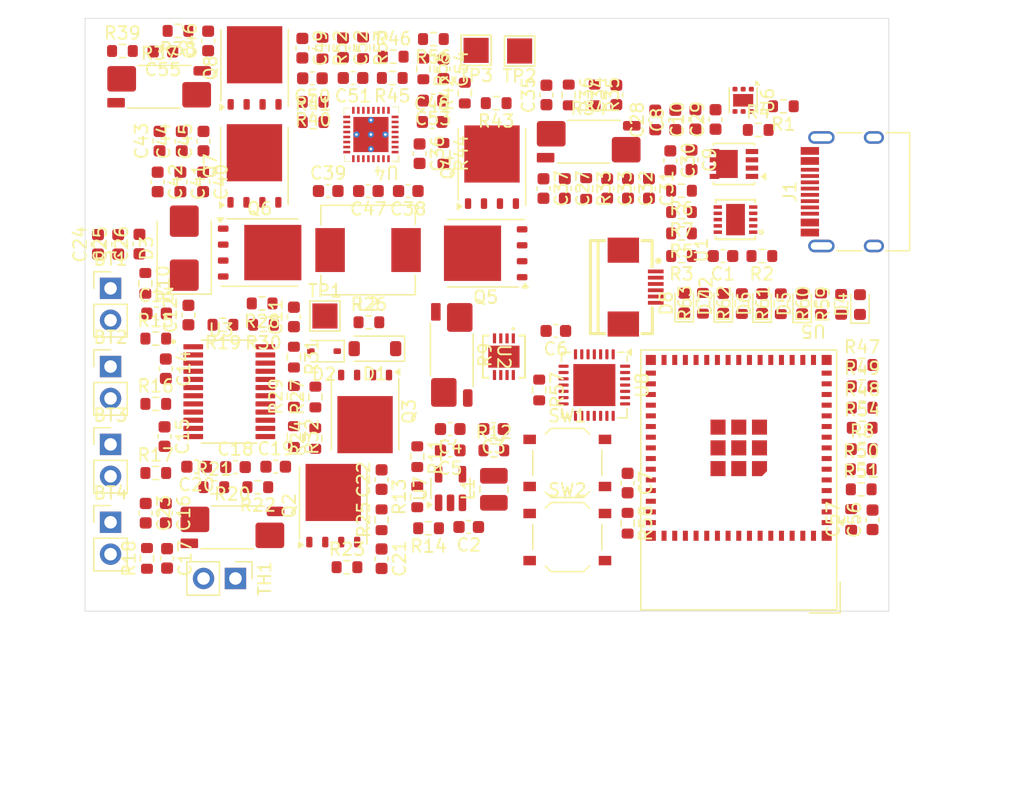
<source format=kicad_pcb>
(kicad_pcb (version 20240225) (generator "pcbnew") (generator_version "8.99")
  (layers (0 "F.Cu" signal) (31 "B.Cu" signal) (34 "B.Paste" user) (35 "F.Paste" user) (36 "B.SilkS" user "B.Silkscreen") (37 "F.SilkS" user "F.Silkscreen") (38 "B.Mask" user) (39 "F.Mask" user) (44 "Edge.Cuts" user))
  (net 0 "")
  (net 1 "Net-(BT1--)")
  (net 2 "/PACK+")
  (net 3 "Net-(BT2--)")
  (net 4 "Net-(BT3--)")
  (net 5 "GNDPWR")
  (net 6 "GND")
  (net 7 "Net-(U1-VIN)")
  (net 8 "+3.3V")
  (net 9 "VDD")
  (net 10 "/EN")
  (net 11 "/VBUS")
  (net 12 "Net-(U3-CCFG)")
  (net 13 "Net-(U3-AVDD)")
  (net 14 "/VC3")
  (net 15 "/VC4")
  (net 16 "/VC2")
  (net 17 "/VC1")
  (net 18 "/VC0")
  (net 19 "/SRN")
  (net 20 "/SRP")
  (net 21 "Net-(C21-Pad1)")
  (net 22 "Net-(C21-Pad2)")
  (net 23 "Net-(C27-Pad1)")
  (net 24 "Net-(C34-Pad1)")
  (net 25 "Net-(C35-Pad1)")
  (net 26 "Net-(Q4-D)")
  (net 27 "/SW1")
  (net 28 "/BTST1")
  (net 29 "/BTST2")
  (net 30 "/SW2")
  (net 31 "/VSYS")
  (net 32 "Net-(C46-Pad1)")
  (net 33 "/REGN")
  (net 34 "/VDDA")
  (net 35 "Net-(C49-Pad1)")
  (net 36 "/COMP2")
  (net 37 "/COMP1")
  (net 38 "Net-(C52-Pad1)")
  (net 39 "/IBAT")
  (net 40 "/IADPT")
  (net 41 "Net-(C55-Pad2)")
  (net 42 "/DSG")
  (net 43 "Net-(D2-A)")
  (net 44 "Net-(D4-A)")
  (net 45 "Net-(D5-A)")
  (net 46 "Net-(D6-A)")
  (net 47 "Net-(D7-A)")
  (net 48 "Net-(D8-A)")
  (net 49 "/D+")
  (net 50 "Net-(J1-SHIELD)")
  (net 51 "Net-(J1-VBUS-PadA4)")
  (net 54 "/D-")
  (net 55 "/CC2")
  (net 56 "/CC1")
  (net 57 "Net-(U7-PH)")
  (net 58 "Net-(Q1-G)")
  (net 59 "Net-(U1-GATE)")
  (net 60 "Net-(U1-ISET)")
  (net 61 "Net-(U1-VSET)")
  (net 62 "/~{ALCC}")
  (net 63 "Net-(U2-SENSE+)")
  (net 64 "/FB")
  (net 65 "Net-(U7-EN)")
  (net 66 "Net-(R20-Pad2)")
  (net 67 "Net-(R20-Pad3)")
  (net 68 "/CHG")
  (net 69 "Net-(U3-CHG)")
  (net 70 "Net-(U3-DSG)")
  (net 71 "/LD")
  (net 72 "Net-(U3-OCDP)")
  (net 73 "/PRES")
  (net 74 "Net-(U3-VTB)")
  (net 75 "Net-(U3-TS)")
  (net 76 "/CBI")
  (net 77 "Net-(U4-ACP)")
  (net 78 "Net-(U4-ACN)")
  (net 79 "/CELL_BATPRES")
  (net 80 "/ILIM_HIZ")
  (net 81 "Net-(U4-CMPIN)")
  (net 82 "/CMPOUT")
  (net 83 "/CHRG_OK")
  (net 84 "/EN_OTG")
  (net 85 "/SCL")
  (net 86 "/SDA")
  (net 87 "/PROCHOT_N")
  (net 88 "Net-(R55-Pad1)")
  (net 89 "Net-(U8-~{RST})")
  (net 90 "/LED1")
  (net 91 "/LED2")
  (net 92 "/LED3")
  (net 93 "/LED4")
  (net 94 "/LED5")
  (net 95 "/IO0")
  (net 96 "Net-(U2-SENSE-)")
  (net 99 "/HIDRV1")
  (net 100 "/LODRV2")
  (net 101 "/LODRV1")
  (net 102 "/BATDRV_N")
  (net 103 "/HIDRV2")
  (net 110 "/RXD0")
  (net 117 "/TXD0")
  (net 131 "/USB_D-")
  (net 140 "/USB_VBUS")
  (net 142 "/USB_D+")
  (net 148 "Net-(Q2-D)")
  (net 149 "Net-(Q8-D)")
  (footprint "Capacitor_SMD:C_0603_1608Metric" (layer "F.Cu") (at 140.53 114.775 90)
    (property "Reference" "C26")
    (property "Value" "100nF")
  )
  (footprint "Resistor_SMD:R_0603_1608Metric" (layer "F.Cu") (at 198.075 124.4)
    (property "Reference" "R47")
    (property "Value" "10k")
  )
  (footprint "Resistor_SMD:R_Shunt_Vishay_WSK2512_6332Metric_T1.19mm" (layer "F.Cu") (at 165.4 123.6 -90)
    (property "Reference" "R9")
    (property "Value" "50mΩ SHUNT LR122WF500MT4E")
  )
  (footprint "Resistor_SMD:R_0603_1608Metric" (layer "F.Cu") (at 163.55 137.4 180)
    (property "Reference" "R14")
    (property "Value" "10k")
  )
  (footprint "Capacitor_SMD:C_0603_1608Metric" (layer "F.Cu") (at 165.275 131.2 180)
    (property "Reference" "C5")
    (property "Value" "0.1uF")
  )
  (footprint "Capacitor_SMD:C_0603_1608Metric" (layer "F.Cu") (at 198.9 136.725 90)
    (property "Reference" "C56")
    (property "Value" "10uF")
  )
  (footprint "Capacitor_SMD:C_0603_1608Metric" (layer "F.Cu") (at 151.38 132.5)
    (property "Reference" "C19")
    (property "Value" "0.1uF")
  )
  (footprint "Resistor_SMD:R_0603_1608Metric" (layer "F.Cu") (at 196.4 119.575 90)
    (property "Reference" "R59")
    (property "Value" "10k")
  )
  (footprint "Capacitor_SMD:C_0603_1608Metric" (layer "F.Cu") (at 182.8 108.125 -90)
    (property "Reference" "C30")
    (property "Value" "10uF")
  )
  (footprint "Capacitor_SMD:C_0603_1608Metric" (layer "F.Cu") (at 165.275 129.5 180)
    (property "Reference" "C4")
    (property "Value" "10uF")
  )
  (footprint "Capacitor_SMD:C_0603_1608Metric" (layer "F.Cu") (at 172.935 102.9 90)
    (property "Reference" "C35")
    (property "Value" "33nF")
  )
  (footprint "Resistor_SMD:R_0603_1608Metric" (layer "F.Cu") (at 197.2 136.7 90)
    (property "Reference" "C57")
    (property "Value" "0.1uF")
  )
  (footprint "LED_SMD:LED_0603_1608Metric" (layer "F.Cu") (at 190.11 119.51 90)
    (property "Reference" "D6")
    (property "Value" "LED3")
  )
  (footprint "Resistor_SMD:R_0603_1608Metric" (layer "F.Cu") (at 158.335 99.15 -90)
    (property "Reference" "R53")
    (property "Value" "40.2k")
  )
  (footprint "Capacitor_SMD:C_0603_1608Metric" (layer "F.Cu") (at 162.835 107.575 -90)
    (property "Reference" "C36")
    (property "Value" "470nF")
  )
  (footprint "Resistor_SMD:R_0603_1608Metric" (layer "F.Cu") (at 162.65 134.9 90)
    (property "Reference" "R13")
    (property "Value" "56k")
  )
  (footprint "Connector_PinHeader_2.54mm:PinHeader_1x02_P2.54mm_Vertical" (layer "F.Cu") (at 138.23 118.3)
    (property "Reference" "BT1")
    (property "Value" "Cell 1")
  )
  (footprint "Resistor_SMD:R_0603_1608Metric" (layer "F.Cu") (at 183.69 112.225 180)
    (property "Reference" "R7")
    (property "Value" "0R")
  )
  (footprint "Inductor_SMD:L_Sunlord_MWSA0603S" (layer "F.Cu") (at 158.735 115.25 180)
    (property "Reference" "L2")
    (property "Value" "MWSA0603S-2R2MT")
  )
  (footprint "Capacitor_SMD:C_0603_1608Metric" (layer "F.Cu") (at 177.77 110.35 -90)
    (property "Reference" "C33")
    (property "Value" "10uF")
  )
  (footprint "Package_TO_SOT_SMD:TDSON-8-1" (layer "F.Cu") (at 168.6 108.65 90)
    (property "Reference" "Q4")
    (property "Value" "CSD18534Q5A")
  )
  (footprint "Resistor_SMD:R_0603_1608Metric" (layer "F.Cu") (at 154.36 103.45 180)
    (property "Reference" "R40")
    (property "Value" "130k")
  )
  (footprint "Package_TO_SOT_SMD:TDSON-8-1" (layer "F.Cu") (at 158.495 128.1 -90)
    (property "Reference" "Q3")
    (property "Value" "CSD18534Q5A")
  )
  (footprint "Resistor_SMD:R_0603_1608Metric" (layer "F.Cu") (at 149.955 134.13 180)
    (property "Reference" "R22")
    (property "Value" "100R")
  )
  (footprint "Resistor_SMD:R_0603_1608Metric" (layer "F.Cu") (at 152.83 126.9 90)
    (property "Reference" "R29")
    (property "Value" "100k")
  )
  (footprint "Button_Switch_SMD:SW_Push_1P1T_XKB_TS-1187A" (layer "F.Cu") (at 174.6 138.1)
    (property "Reference" "SW2")
    (property "Value" "BOOT")
  )
  (footprint "Resistor_SMD:R_0603_1608Metric" (layer "F.Cu") (at 183.69 110.525 180)
    (property "Reference" "R6")
    (property "Value" "DNP")
  )
  (footprint "Capacitor_SMD:C_0603_1608Metric" (layer "F.Cu") (at 142.53 130.1 -90)
    (property "Reference" "C15")
    (property "Value" "1uF")
  )
  (footprint "Diode_SMD:D_SMB" (layer "F.Cu") (at 144.1 115.1 90)
    (property "Reference" "D3")
    (property "Value" "SMBJ26A-13-F")
  )
  (footprint "Capacitor_SMD:C_0603_1608Metric" (layer "F.Cu") (at 144.43 120.425 90)
    (property "Reference" "C12")
    (property "Value" "1uF")
  )
  (footprint "Resistor_SMD:R_0603_1608Metric" (layer "F.Cu") (at 154.36 105.06)
    (property "Reference" "R41")
    (property "Value" "470k")
  )
  (footprint "Capacitor_SMD:C_0603_1608Metric" (layer "F.Cu") (at 164.735 100.825 -90)
    (property "Reference" "C54")
    (property "Value" "100pF")
  )
  (footprint "Capacitor_SMD:C_0603_1608Metric" (layer "F.Cu") (at 152.83 120.575 90)
    (property "Reference" "C11")
    (property "Value" "1uF")
  )
  (footprint "Capacitor_SMD:C_0603_1608Metric" (layer "F.Cu") (at 142.13 106.575 90)
    (property "Reference" "C43")
    (property "Value" "10uF")
  )
  (footprint "Resistor_SMD:R_0603_1608Metric" (layer "F.Cu") (at 176.775 102.9 -90)
    (property "Reference" "R35")
    (property "Value" "5.1R")
  )
  (footprint "Resistor_SMD:R_0603_1608Metric" (layer "F.Cu") (at 143.6 97.8 180)
    (property "Reference" "R38")
    (property "Value" "10R")
  )
  (footprint "Capacitor_SMD:C_0603_1608Metric" (layer "F.Cu") (at 184.49 108.065 -90)
    (property "Reference" "C9")
    (property "Value" "10uF")
  )
  (footprint "LED_SMD:LED_0603_1608Metric" (layer "F.Cu") (at 193.3 119.5375 90)
    (property "Reference" "D5")
    (property "Value" "LED2")
  )
  (footprint "Resistor_SMD:R_0603_1608Metric" (layer "F.Cu") (at 198.075 127.8)
    (property "Reference" "R48")
    (property "Value" "10k")
  )
  (footprint "Resistor_SMD:R_0603_1608Metric" (layer "F.Cu") (at 150.3 119.5 180)
    (property "Reference" "R28")
    (property "Value" "470k")
  )
  (footprint "Capacitor_SMD:C_0603_1608Metric" (layer "F.Cu") (at 166.75 137.3 180)
    (property "Reference" "C2")
    (property "Value" "10uF")
  )
  (footprint "BQ77915:SOP65P640X120-24N" (layer "F.Cu") (at 147.685 126.525)
    (property "Reference" "U3")
    (property "Value" "BQ7791501PWR")
  )
  (footprint "Resistor_SMD:R_0603_1608Metric" (layer "F.Cu") (at 183.69 113.925 180)
    (property "Reference" "R5")
    (property "Value" "DNP")
  )
  (footprint "Resistor_SMD:R_0603_1608Metric" (layer "F.Cu") (at 160.735 99.85)
    (property "Reference" "R46")
    (property "Value" "300k")
  )
  (footprint "Capacitor_SMD:C_0603_1608Metric" (layer "F.Cu") (at 179.43 110.35 -90)
    (property "Reference" "C32")
    (property "Value" "10uF")
  )
  (footprint "Resistor_SMD:R_0603_1608Metric" (layer "F.Cu") (at 155.102926 99.174395 -90)
    (property "Reference" "R52")
    (property "Value" "10k")
  )
  (footprint "Resistor_SMD:R_0603_1608Metric" (layer "F.Cu") (at 191.8 103.8 180)
    (property "Reference" "R1")
    (property "Value" "1M")
  )
  (footprint "Capacitor_SMD:C_0603_1608Metric" (layer "F.Cu") (at 181.1 110.35 -90)
    (property "Reference" "C31")
    (property "Value" "10uF")
  )
  (footprint "Capacitor_SMD:C_0603_1608Metric" (layer "F.Cu") (at 142.63 136.2 -90)
    (property "Reference" "C16")
    (property "Value" "1uF")
  )
  (footprint "Inductor_SMD:L_1008_2520Metric" (layer "F.Cu") (at 168.75 134.3 90)
    (property "Reference" "L1")
    (property "Value" "FTC252012S100MBCA")
  )
  (footprint "Resistor_SMD:R_Shunt_Vishay_WSK2512_6332Metric_T1.19mm" (layer "F.Cu") (at 176.3 106.625)
    (property "Reference" "R34")
    (property "Value" "10mΩ SHUNT FMF25FPJR010-LH")
  )
  (footprint "Resistor_SMD:R_0603_1608Metric" (layer "F.Cu") (at 166.435 102.75 90)
    (property "Reference" "R42")
    (property "Value" "390k")
  )
  (footprint "Resistor_SMD:R_0603_1608Metric" (layer "F.Cu") (at 162.65 131.7 -90)
    (property "Reference" "R11")
    (property "Value" "7.5k")
  )
  (footprint "Package_TO_SOT_SMD:TDSON-8-1" (layer "F.Cu") (at 168.1 115.505 180)
    (property "Reference" "Q5")
    (property "Value" "CSD18534Q5A")
  )
  (footprint "Capacitor_SMD:C_0603_1608Metric" (layer "F.Cu") (at 143.79 109.825 -90)
    (property "Reference" "C41")
    (property "Value" "10uF")
  )
  (footprint "Resistor_SMD:R_0603_1608Metric" (layer "F.Cu") (at 159.81 136.725 90)
    (property "Reference" "R25")
    (property "Value" "10M")
  )
  (footprint "Capacitor_SMD:C_0603_1608Metric" (layer "F.Cu") (at 184.8 104.85 90)
    (property "Reference" "C10")
    (property "Value" "100nF")
  )
  (footprint "Connector_USB:USB_C_Receptacle_HRO_TYPE-C-31-M-12" (layer "F.Cu") (at 197.96 110.605 90)
    (property "Reference" "J1")
    (property "Value" "USB-C Power + USB2.0")
  )
  (footprint "Package_SO:Vishay_PowerPAK_1212-8_Single" (layer "F.Cu") (at 187.865 108.395 180)
    (property "Reference" "Q1")
    (property "Value" "SI7617DN-T1-GE3" (hide yes))
  )
  (footprint "Resistor_SMD:R_0603_1608Metric" (layer "F.Cu") (at 198 132.7)
    (property "Reference" "R50")
    (property "Value" "10k")
  )
  (footprint "Capacitor_SMD:C_0603_1608Metric" (layer "F.Cu") (at 142.63 124.7 -90)
    (property "Reference" "C14")
    (property "Value" "1uF")
  )
  (footprint "Resistor_SMD:R_0603_1608Metric" (layer "F.Cu") (at 157.055 140.5)
    (property "Reference" "R23")
    (property "Value" "5.1k")
  )
  (footprint "Resistor_SMD:R_0603_1608Metric" (layer "F.Cu") (at 172.36 126.39 -90)
    (property "Reference" "R57")
    (property "Value" "1k")
  )
  (footprint "Capacitor_SMD:C_0603_1608Metric" (layer "F.Cu") (at 179.4 133.8 -90)
    (property "Reference" "C7")
    (property "Value" "1uF")
  )
  (footprint "Resistor_SMD:R_0603_1608Metric" (layer "F.Cu") (at 154.54 126.95 90)
    (property "Reference" "R27")
    (property "Value" "1M")
  )
  (footprint "Capacitor_SMD:C_0603_1608Metric" (layer "F.Cu") (at 142.4 99.45 180)
    (property "Reference" "C55")
    (property "Value" "0.1uF")
  )
  (footprint "Connector_PinHeader_2.54mm:PinHeader_1x02_P2.54mm_Vertical" (layer "F.Cu") (at 138.23 124.525)
    (property "Reference" "BT2")
    (property "Value" "Cell 2")
  )
  (footprint "Resistor_SMD:R_0603_1608Metric" (layer "F.Cu") (at 168.935 103.55 180)
    (property "Reference" "R43")
    (property "Value" "220k")
  )
  (footprint "Resistor_SMD:R_0603_1608Metric" (layer "F.Cu") (at 141.83 133)
    (property "Reference" "R17")
    (property "Value" "33R")
  )
  (footprint "Capacitor_SMD:C_0603_1608Metric" (layer "F.Cu") (at 158.76 110.55 180)
    (property "Reference" "C47")
    (property "Value" "2.2uF")
  )
  (footprint "Diode_SMD:D_SOD-123" (layer "F.Cu") (at 159.28 123.1 180)
    (property "Reference" "D1")
    (property "Value" "MMSZ5248B")
  )
  (footprint "Resistor_SMD:R_0603_1608Metric" (layer "F.Cu") (at 141.83 122.3)
    (property "Reference" "R15")
    (property "Value" "33R")
  )
  (footprint "Resistor_SMD:R_0603_1608Metric" (layer "F.Cu") (at 141.13 139.8 90)
    (property "Reference" "R18")
    (property "Value" "33R")
  )
  (footprint "Resistor_SMD:R_0603_1608Metric" (layer "F.Cu") (at 147.18 121.2 180)
    (property "Reference" "R19")
    (property "Value" "1k")
  )
  (footprint "Capacitor_SMD:C_0603_1608Metric" (layer "F.Cu") (at 161.935 110.55 180)
    (property "Reference" "C38")
    (property "Value" "47nF")
  )
  (footprint "Resistor_SMD:R_0603_1608Metric" (layer "F.Cu") (at 163.135 100.825 -90)
    (property "Reference" "R55")
    (property "Value" "110k")
  )
  (footprint "Resistor_SMD:R_0603_1608Metric" (layer "F.Cu") (at 185.4 119.4875 90)
    (property "Reference" "R63")
    (property "Value" "10k")
  )
  (footprint "Capacitor_SMD:C_0603_1608Metric" (layer "F.Cu") (at 174.4 110.35 -90)
    (property "Reference" "C27")
    (property "Value" "1uF")
  )
  (footprint "Capacitor_SMD:C_0603_1608Metric" (layer "F.Cu") (at 172.7 110.35 -90)
    (property "Reference" "C37")
    (property "Value" "10nF")
  )
  (footprint "Capacitor_SMD:C_0603_1608Metric" (layer "F.Cu") (at 143.9 106.575 90)
    (property "Reference" "C44")
    (property "Value" "10uF")
  )
  (footprint "Connector_PinHeader_2.54mm:PinHeader_1x02_P2.54mm_Vertical" (layer "F.Cu") (at 148.175 141.4 -90)
    (property "Reference" "TH1")
    (property "Value" "103AT 10k")
  )
  (footprint "TestPoint:TestPoint_Pad_2.0x2.0mm" (layer "F.Cu") (at 167.335 99.35 180)
    (property "Reference" "TP3")
    (property "Value" "CMPOUT")
  )
  (footprint "Resistor_SMD:R_0603_1608Metric" (layer "F.Cu") (at 168.75 131.2)
    (property "Reference" "R12")
    (property "Value" "24k")
  )
  (footprint "Capacitor_SMD:C_0603_1608Metric" (layer "F.Cu") (at 146 98.6 90)
    (property "Reference" "C46")
    (property "Value" "1uF")
  )
  (footprint "Capacitor_SMD:C_0603_1608Metric" (layer "F.Cu") (at 141.9 120.3)
    (property "Reference" "C13")
    (property "Value" "1uF")
  )
  (footprint "Capacitor_SMD:C_0603_1608Metric" (layer "F.Cu") (at 142.73 139.8 -90)
    (property "Reference" "C17")
    (property "Value" "1uF")
  )
  (footprint "BQ25713:RSN0032B" (layer "F.Cu") (at 158.96 106.049998 180)
    (property "Reference" "U4")
    (property "Value" "BQ25713RSNR")
  )
  (footprint "FPC:FPC-SMD_6P-P0.50_XUNPU_FPC-05F-6PH20" (layer "F.Cu") (at 180.35 118.2 -90)
    (property "Reference" "J2")
    (property "Value" "USB")
  )
  (footprint "LED_SMD:LED_0603_1608Metric" (layer "F.Cu") (at 187.02 119.5 90)
    (property "Reference" "D7")
    (property "Value" "LED4")
  )
  (footprint "Package_DFN_QFN:QFN-28-1EP_5x5mm_P0.5mm_EP3.35x3.35mm" (layer "F.Cu") (at 176.75 126 -90)
    (property "Reference" "U8")
    (property "Value" "CP2102N-Axx-xQFN28")
  )
  (footprint "Connector_PinHeader_2.54mm:PinHeader_1x02_P2.54mm_Vertical" (layer "F.Cu") (at 138.23 136.925)
    (property "Reference" "BT4")
    (property "Value" "Cell 4")
  )
  (footprint "Resistor_SMD:R_0603_1608Metric" (layer "F.Cu") (at 194.8 119.525 90)
    (property "Reference" "R60")
    (property "Value" "10k")
  )
  (footprint "Package_TO_SOT_SMD:TDSON-8-1" (layer "F.Cu") (at 149.685 108.55 90)
    (property "Reference" "Q7")
    (property "Value" "CSD18534Q5A")
  )
  (footprint "Resistor_SMD:R_0603_1608Metric" (layer "F.Cu") (at 174.71 102.9 -90)
    (property "Reference" "R36")
    (property "Value" "5.1R")
  )
  (footprint "Package_TO_SOT_SMD:TDSON-8-1" (layer "F.Cu") (at 155.96 135.6 90)
    (property "Reference" "Q2")
    (property "Value" "CSD18534Q5A")
  )
  (footprint "Capacitor_SMD:C_0603_1608Metric" (layer "F.Cu") (at 168.725 129.5 180)
    (property "Reference" "C3")
    (property "Value" "10uF")
  )
  (footprint "Capacitor_SMD:C_0603_1608Metric" (layer "F.Cu") (at 141.98 109.825 -90)
    (property "Reference" "C42")
    (property "Value" "10uF")
  )
  (footprint "Resistor_SMD:R_0603_1608Metric" (layer "F.Cu") (at 164.735 107.55 -90)
    (property "Reference" "R44")
    (property "Value" "10R")
  )
  (footprint "Resistor_SMD:R_0603_1608Metric" (layer "F.Cu") (at 179.4 137 -90)
    (property "Reference" "R58")
    (property "Value" "10k")
  )
  (footprint "Resistor_SMD:R_0603_1608Metric" (layer "F.Cu") (at 189.8 105.685)
    (property "Reference" "R4")
    (property "Value" "49.9k")
  )
  (footprint "Capacitor_SMD:C_0603_1608Metric" (layer "F.Cu") (at 173.685 121.69 180)
    (property "Reference" "C6")
    (property "Value" "1uF")
  )
  (footprint "Capacitor_SMD:C_0603_1608Metric" (layer "F.Cu") (at 157.535 101.55 180)
    (property "Reference" "C51")
    (property "Value" "33pF")
  )
  (footprint "LED_SMD:LED_0603_1608Metric" (layer "F.Cu") (at 197.9 119.5875 90)
    (property "Reference" "D4")
    (property "Value" "LED1")
  )
  (footprint "Capacitor_SMD:C_0603_1608Metric" (layer "F.Cu") (at 154.302926 101.574395 180)
    (property "Reference" "C50")
    (property "Value" "15pF")
  )
  (footprint "Capacitor_SMD:C_0603_1608Metric" (layer "F.Cu") (at 141.03 136.2 -90)
    (property "Reference" "C23")
    (property "Value" "1uF")
  )
  (footprint "Resistor_SMD:R_0603_1608Metric" (layer "F.Cu") (at 154.53 130.25 90)
    (property "Reference" "R24")
    (property "Value" "5.1k")
  )
  (footprint "Resistor_SMD:R_0603_1608Metric" (layer "F.Cu") (at 152.83 123.775 -90)
    (property "Reference" "R31")
    (property "Value" "10k")
  )
  (footprint "RF_Module:ESP32-S2-MINI-1" (layer "F.Cu") (at 188.25 133.55 180)
    (property "Reference" "U5")
    (property "Value" "ESP32-S3-MINI-1")
  )
  (footprint "Package_TO_SOT_SMD:TDSON-8-1" (layer "F.Cu") (at 149.7 100.75 90)
    (property "Reference" "Q8")
    (property "Value" "CSD18534Q5A")
  )
  (footprint "Capacitor_SMD:C_0603_1608Metric" (layer "F.Cu") (at 145.08 132.5 180)
    (property "Reference" "C20")
    (property "Value" "0.1uF")
  )
  (footprint "Capacitor_SMD:C_0603_1608Metric" (layer "F.Cu") (at 183.2 104.89 90)
    (property "Reference" "C8")
    (property "Value" "10uF")
  )
  (footprint "Resistor_SMD:R_0603_1608Metric" (layer "F.Cu") (at 198.075 126.1)
    (property "Reference" "R49")
    (property "Value" "10k")
  )
  (footprint "Capacitor_SMD:C_0603_1608Metric" (layer "F.Cu") (at 186.99 115.725 180)
    (property "Reference" "C1")
    (property "Value" "1uF")
  )
  (footprint "Resistor_SMD:R_0603_1608Metric" (layer "F.Cu") (at 150.405 121.2 180)
    (property "Reference" "R30")
    (property "Value" "10k")
  )
  (footprint "Capacitor_SMD:C_0603_1608Metric" (layer "F.Cu") (at 159.81 139.825 -90)
    (property "Reference" "C21")
    (property "Value" "0.1uF")
  )
  (footprint "Capacitor_SMD:C_0603_1608Metric" (layer "F.Cu") (at 145.63 106.575 90)
    (property "Reference" "C45")
    (property "Value" "10uF")
  )
  (footprint "Resistor_SMD:R_0603_1608Metric" (layer "F.Cu") (at 158.8 121)
    (property "Reference" "R26")
    (property "Value" "3M")
  )
  (footprint "Resistor_SMD:R_0603_1608Metric" (layer "F.Cu") (at 198.075 129.4)
    (property "Reference" "R54")
    (property "Value" "200R")
  )
  (footprint "LTC2943:DFN-8_DD_LIT" (layer "F.Cu") (at 169.549999 123.7395 -90)
    (property "Reference" "U2")
    (property "Value" "LTC2943")
  )
  (footprint "Package_TO_SOT_SMD:SOT-23-5" (layer "F.Cu") (at 165.3 134.2375 90)
    (property "Reference" "U7")
    (property "Value" "TPS560200")
  )
  (footprint "Resistor_SMD:R_Shunt_Vishay_WSK2512_6332Metric_T1.19mm" (layer "F.Cu") (at 147.93 137.33)
    (property "Reference" "R20")
    (property "Value" "15mΩ SHUNT RLP25FEER015")
  )
  (footprint "Capacitor_SMD:C_0603_1608Metric" (layer "F.Cu") (at 138.84 114.8 90)
    (property "Reference" "C25")
    (property "Value" "10uF")
  )
  (footprint "HUSB238:DFN-10_L3.0-W3.0-P0.50-BL-EP2.5" (layer "F.Cu") (at 187.99 112.825 90)
    (property "Reference" "U1")
    (property "Value" "HUSB238")
  )
  (footprint "Resistor_SMD:R_0603_1608Metric" (layer "F.Cu") (at 163.935 98.45 180)
    (property "Reference" "R56")
    (property "Value" "27k")
  )
  (footprint "TestPoint:TestPoint_Pad_2.0x2.0mm" (layer "F.Cu") (at 170.8 99.4 180)
    (property "Reference" "TP2")
    (property "Value" "CMPIN")
  )
  (footprint "Capacitor_SMD:C_0603_1608Metric" (layer "F.Cu") (at 148.18 132.53)
    (property "Reference" "C18")
    (property "Value" "0.1uF")
  )
  (footprint "Package_SON:WSON-6-1EP_2x2mm_P0.65mm_EP1x1.6mm" (layer "F.Cu") (at 188.6 103.325 -90)
    (property "Reference" "U6")
    (property "Value" "TVS2200DRV")
  )
  (footprint "Resistor_SMD:R_0603_1608Metric" (layer "F.Cu") (at 198.075 131.1)
    (property "Reference" "R8")
    (property "Value" "2.2k")
  )
  (footprint "Diode_SMD:D_SOD-323" (layer "F.Cu") (at 155.23 123.3 180)
    (property "Reference" "D2")
    (property "Value" "BAS316")
  )
  (footprint "Capacitor_SMD:C_0603_1608Metric" (layer "F.Cu") (at 181.6 104.89 90)
    (property "Reference" "C28")
    (property "Value" "10uF")
  )
  (footprint "TestPoint:TestPoint_Pad_2.0x2.0mm" (layer "F.Cu") (at 155.3 120.5)
    (property "Reference" "TP1")
    (property "Value" "CCFG")
  )
  (footprint "Resistor_SMD:R_0603_1608Metric" (layer "F.Cu") (at 191.6 119.525 90)
    (property "Reference" "R61")
    (property "Value" "10k")
  )
  (footprint "Resistor_SMD:R_0603_1608Metric" (layer "F.Cu") (at 183.69 115.725 180)
    (property "Reference" "R3")
    (property "Value" "5.1k")
  )
  (footprint "Capacitor_SMD:C_0603_1608Metric" (layer "F.Cu") (at 186.4 104.85 90)
    (property "Reference" "C29")
    (property "Value" "10uF")
  )
  (footprint "Resistor_SMD:R_0603_1608Metric" (layer "F.Cu") (at 146.455 134.13)
    (property "Reference" "R21")
    (property "Value" "100R")
  )
  (footprint "Capacitor_SMD:C_0603_1608Metric" (layer "F.Cu") (at 155.56 110.55)
    (property "Reference" "C39")
    (property "Value" "47nF")
  )
  (footprint "Resistor_SMD:R_0603_1608Metric" (layer "F.Cu") (at 152.83 130.1 -90)
    (property "Reference" "R32")
    (property "Value" "10k")
  )
  (footprint "Resistor_SMD:R_0603_1608Metric" (layer "F.Cu") (at 160.66 101.55 180)
    (property "Reference" "R45")
    (property "Value" "2M")
  )
  (footprint "Capacitor_SMD:C_0603_1608Metric" (layer "F.Cu") (at 145.6 109.825 -90)
    (property "Reference" "C40")
    (property "Value" "10uF")
  )
  (footprint "Resistor_SMD:R_0603_1608Metric" (layer "F.Cu") (at 176.1 110.35 -90)
    (property "Reference" "R33")
    (property "Value" "2.2R")
  )
  (footprint "Button_Switch_SMD:SW_Push_1P1T_XKB_TS-1187A" (layer "F.Cu") (at 174.6 132.2)
    (property "Reference" "SW1")
    (property "Value" "RST")
  )
  (footprint "Resistor_SMD:R_0603_1608Metric" (layer "F.Cu") (at 190.09 115.725 180)
    (property "Reference" "R2")
    (property "Value" "10R")
  )
  (footprint "Resistor_SMD:R_Shunt_Vishay_WSK2512_6332Metric_T1.19mm" (layer "F.Cu") (at 142.1 102.25)
    (property "Reference" "R37")
    (property "Value" "10mΩ SHUNT FMF25FPJR010-LH")
  )
  (footprint "Capacitor_SMD:C_0603_1608Metric" (layer "F.Cu") (at 159.81 133.525 90)
    (property "Reference" "C22")
    (property "Value" "0.1uF")
  )
  (footprint "Resistor_SMD:R_0603_1608Metric" (layer "F.Cu") (at 141 117.9 -90)
    (property "Reference" "R10")
    (property "Value" "33R")
  )
  (footprint "Connector_PinHeader_2.54mm:PinHeader_1x02_P2.54mm_Vertical" (layer "F.Cu") (at 138.23 130.725)
    (property "Reference" "BT3")
    (property "Value" "Cell 3")
  )
  (footprint "Resistor_SMD:R_0603_1608Metric" (layer "F.Cu") (at 139.175 99.4)
    (property "Reference" "R39")
    (property "Value" "10R")
  )
  (footprint "Resistor_SMD:R_0603_1608Metric" (layer "F.Cu") (at 198 134.3)
    (property "Reference" "R51")
    (property "Value" "10k")
  )
  (footprint "Resistor_SMD:R_0603_1608Metric" (layer "F.Cu") (at 188.5 119.5125 90)
    (property "Reference" "R62")
    (property "Value" "10k")
  )
  (footprint "Resistor_SMD:R_0603_1608Metric" (layer "F.Cu") (at 141.83 127.5)
    (property "Reference" "R16")
    (property "Value" "33R")
  )
  (footprint "LED_SMD:LED_0603_1608Metric" (layer "F.Cu") (at 183.91 119.4775 90)
    (property "Reference" "D8")
    (property "Value" "LED5")
  )
  (footprint "Capacitor_SMD:C_0603_1608Metric" (layer "F.Cu") (at 137.23 114.8 90)
    (property "Reference" "C24")
    (property "Value" "10uF")
  )
  (footprint "Capacitor_SMD:C_0603_1608Metric" (layer "F.Cu") (at 163.835 105.05)
    (property "Reference" "C48")
    (property "Value" "1uF")
  )
  (footprint "Capacitor_SMD:C_0603_1608Metric" (layer "F.Cu") (at 178.5 102.9 90)
    (property "Reference" "C34")
    (property "Value" "33nF")
  )
  (footprint "Capacitor_SMD:C_0603_1608Metric" (layer "F.Cu") (at 153.502926 99.174395 -90)
    (property "Reference" "C49")
    (property "Value" "680pF")
  )
  (footprint "Capacitor_SMD:C_0603_1608Metric" (layer "F.Cu") (at 156.735 99.15 -90)
    (property "Reference" "C52")
    (property "Value" "1800pF")
  )
  (footprint "Package_TO_SOT_SMD:TDSON-8-1" (layer "F.Cu") (at 150.1 115.45)
    (property "Reference" "Q6")
    (property "Value" "CSD18534Q5A")
  )
  (footprint "Capacitor_SMD:C_0603_1608Metric" (layer "F.Cu") (at 163.91 103.35 180)
    (property "Reference" "C53")
    (property "Value" "100pF")
  )
  (gr_rect (start 136.2 96.8) (end 200.2 144) (stroke (width 0.05)) (fill none) (layer "Edge.Cuts"))
)
</source>
